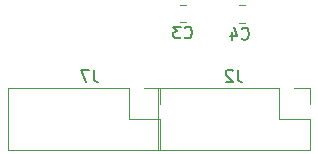
<source format=gbr>
%TF.GenerationSoftware,KiCad,Pcbnew,6.0.10-86aedd382b~118~ubuntu20.04.1*%
%TF.CreationDate,2023-08-02T00:09:12+02:00*%
%TF.ProjectId,power_board,706f7765-725f-4626-9f61-72642e6b6963,rev?*%
%TF.SameCoordinates,Original*%
%TF.FileFunction,Legend,Bot*%
%TF.FilePolarity,Positive*%
%FSLAX46Y46*%
G04 Gerber Fmt 4.6, Leading zero omitted, Abs format (unit mm)*
G04 Created by KiCad (PCBNEW 6.0.10-86aedd382b~118~ubuntu20.04.1) date 2023-08-02 00:09:12*
%MOMM*%
%LPD*%
G01*
G04 APERTURE LIST*
%ADD10C,0.150000*%
%ADD11C,0.120000*%
G04 APERTURE END LIST*
D10*
%TO.C,J7*%
X159591333Y-102322380D02*
X159591333Y-103036666D01*
X159638952Y-103179523D01*
X159734190Y-103274761D01*
X159877047Y-103322380D01*
X159972285Y-103322380D01*
X159210380Y-102322380D02*
X158543714Y-102322380D01*
X158972285Y-103322380D01*
%TO.C,C4*%
X172124666Y-99671142D02*
X172172285Y-99718761D01*
X172315142Y-99766380D01*
X172410380Y-99766380D01*
X172553238Y-99718761D01*
X172648476Y-99623523D01*
X172696095Y-99528285D01*
X172743714Y-99337809D01*
X172743714Y-99194952D01*
X172696095Y-99004476D01*
X172648476Y-98909238D01*
X172553238Y-98814000D01*
X172410380Y-98766380D01*
X172315142Y-98766380D01*
X172172285Y-98814000D01*
X172124666Y-98861619D01*
X171267523Y-99099714D02*
X171267523Y-99766380D01*
X171505619Y-98718761D02*
X171743714Y-99433047D01*
X171124666Y-99433047D01*
%TO.C,C3*%
X167298666Y-99573142D02*
X167346285Y-99620761D01*
X167489142Y-99668380D01*
X167584380Y-99668380D01*
X167727238Y-99620761D01*
X167822476Y-99525523D01*
X167870095Y-99430285D01*
X167917714Y-99239809D01*
X167917714Y-99096952D01*
X167870095Y-98906476D01*
X167822476Y-98811238D01*
X167727238Y-98716000D01*
X167584380Y-98668380D01*
X167489142Y-98668380D01*
X167346285Y-98716000D01*
X167298666Y-98763619D01*
X166965333Y-98668380D02*
X166346285Y-98668380D01*
X166679619Y-99049333D01*
X166536761Y-99049333D01*
X166441523Y-99096952D01*
X166393904Y-99144571D01*
X166346285Y-99239809D01*
X166346285Y-99477904D01*
X166393904Y-99573142D01*
X166441523Y-99620761D01*
X166536761Y-99668380D01*
X166822476Y-99668380D01*
X166917714Y-99620761D01*
X166965333Y-99573142D01*
%TO.C,J2*%
X171783333Y-102322380D02*
X171783333Y-103036666D01*
X171830952Y-103179523D01*
X171926190Y-103274761D01*
X172069047Y-103322380D01*
X172164285Y-103322380D01*
X171354761Y-102417619D02*
X171307142Y-102370000D01*
X171211904Y-102322380D01*
X170973809Y-102322380D01*
X170878571Y-102370000D01*
X170830952Y-102417619D01*
X170783333Y-102512857D01*
X170783333Y-102608095D01*
X170830952Y-102750952D01*
X171402380Y-103322380D01*
X170783333Y-103322380D01*
D11*
%TO.C,J7*%
X162580000Y-103880000D02*
X152360000Y-103880000D01*
X165180000Y-109080000D02*
X165180000Y-106480000D01*
X162580000Y-106480000D02*
X162580000Y-103880000D01*
X165180000Y-103880000D02*
X163850000Y-103880000D01*
X165180000Y-105210000D02*
X165180000Y-103880000D01*
X165180000Y-109080000D02*
X152360000Y-109080000D01*
X165180000Y-106480000D02*
X162580000Y-106480000D01*
X152360000Y-109080000D02*
X152360000Y-103880000D01*
%TO.C,C4*%
X172375552Y-98321800D02*
X171853048Y-98321800D01*
X172375552Y-96851800D02*
X171853048Y-96851800D01*
%TO.C,C3*%
X166870748Y-96801000D02*
X167393252Y-96801000D01*
X166870748Y-98271000D02*
X167393252Y-98271000D01*
%TO.C,J2*%
X175280000Y-103880000D02*
X165060000Y-103880000D01*
X177880000Y-106480000D02*
X175280000Y-106480000D01*
X177880000Y-109080000D02*
X165060000Y-109080000D01*
X175280000Y-106480000D02*
X175280000Y-103880000D01*
X177880000Y-103880000D02*
X176550000Y-103880000D01*
X177880000Y-109080000D02*
X177880000Y-106480000D01*
X165060000Y-109080000D02*
X165060000Y-103880000D01*
X177880000Y-105210000D02*
X177880000Y-103880000D01*
%TD*%
M02*

</source>
